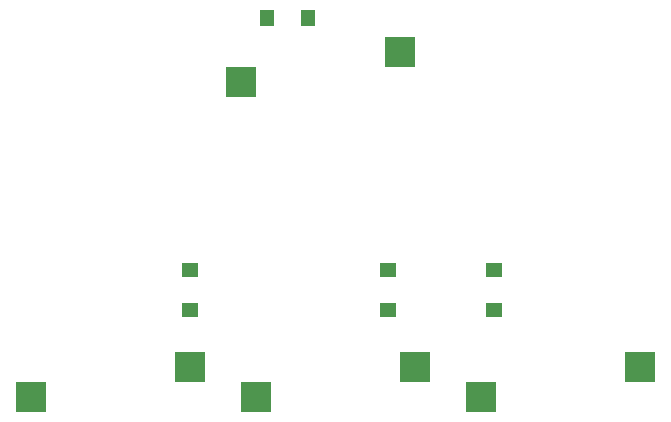
<source format=gbp>
G04 #@! TF.GenerationSoftware,KiCad,Pcbnew,(5.1.10)-1*
G04 #@! TF.CreationDate,2022-01-11T02:43:02-06:00*
G04 #@! TF.ProjectId,arrow,6172726f-772e-46b6-9963-61645f706362,rev?*
G04 #@! TF.SameCoordinates,Original*
G04 #@! TF.FileFunction,Paste,Bot*
G04 #@! TF.FilePolarity,Positive*
%FSLAX46Y46*%
G04 Gerber Fmt 4.6, Leading zero omitted, Abs format (unit mm)*
G04 Created by KiCad (PCBNEW (5.1.10)-1) date 2022-01-11 02:43:02*
%MOMM*%
%LPD*%
G01*
G04 APERTURE LIST*
%ADD10R,2.550000X2.500000*%
%ADD11R,1.400000X1.200000*%
%ADD12R,1.200000X1.400000*%
G04 APERTURE END LIST*
D10*
X245830000Y-152060000D03*
X232380000Y-154600000D03*
X226780000Y-152060000D03*
X213330000Y-154600000D03*
X212060000Y-127930000D03*
X225510000Y-125390000D03*
X207730000Y-152060000D03*
X194280000Y-154600000D03*
D11*
X233500000Y-143800000D03*
X233500000Y-147200000D03*
X224500000Y-143800000D03*
X224500000Y-147200000D03*
D12*
X217700000Y-122500000D03*
X214300000Y-122500000D03*
D11*
X207750000Y-143800000D03*
X207750000Y-147200000D03*
M02*

</source>
